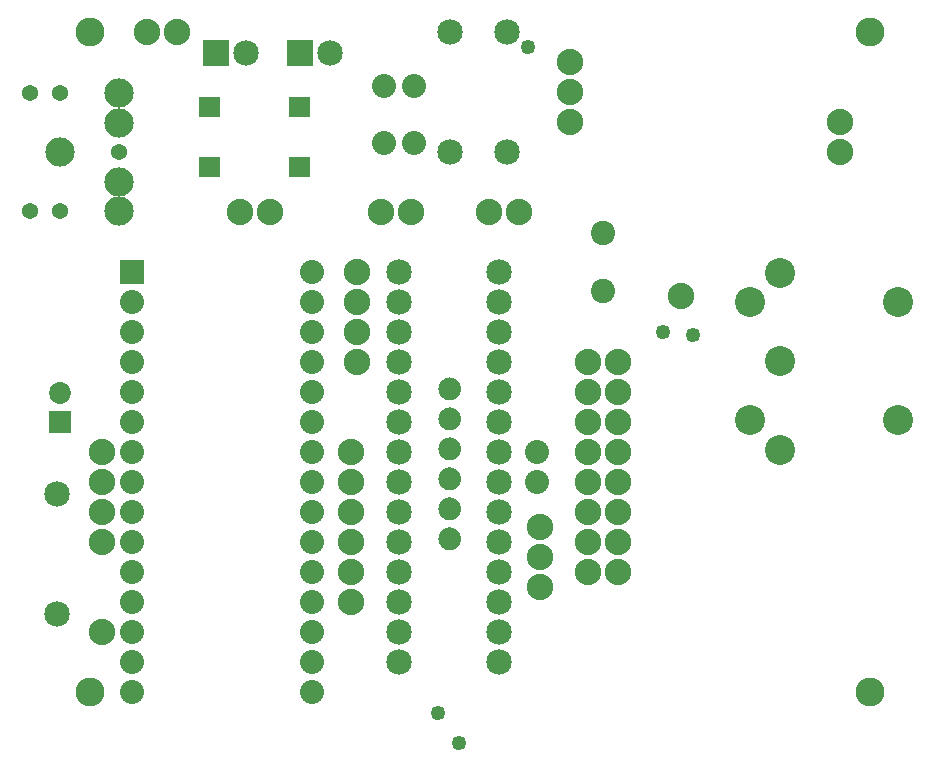
<source format=gts>
G04 MADE WITH FRITZING*
G04 WWW.FRITZING.ORG*
G04 DOUBLE SIDED*
G04 HOLES PLATED*
G04 CONTOUR ON CENTER OF CONTOUR VECTOR*
%ASAXBY*%
%FSLAX23Y23*%
%MOIN*%
%OFA0B0*%
%SFA1.0B1.0*%
%ADD10C,0.085000*%
%ADD11C,0.049370*%
%ADD12C,0.088000*%
%ADD13C,0.080000*%
%ADD14C,0.072992*%
%ADD15C,0.096614*%
%ADD16C,0.100000*%
%ADD17C,0.069370*%
%ADD18C,0.097695*%
%ADD19C,0.097722*%
%ADD20C,0.054000*%
%ADD21C,0.080925*%
%ADD22C,0.080866*%
%ADD23R,0.072992X0.072992*%
%ADD24R,0.085000X0.085000*%
%ADD25R,0.079972X0.080000*%
%ADD26R,0.001000X0.001000*%
%LNMASK1*%
G90*
G70*
G54D10*
X1647Y382D03*
X1647Y482D03*
X1647Y582D03*
X1647Y682D03*
X1647Y782D03*
X1647Y882D03*
X1647Y982D03*
X1647Y1082D03*
X1647Y1182D03*
X1647Y1282D03*
X1647Y1382D03*
X1647Y1482D03*
X1647Y1582D03*
X1314Y1682D03*
X1314Y1582D03*
X1314Y1482D03*
X1314Y1382D03*
X1314Y1282D03*
X1314Y1182D03*
X1314Y1082D03*
X1314Y982D03*
X1314Y882D03*
X1314Y782D03*
X1314Y682D03*
X1314Y582D03*
X1314Y482D03*
X1314Y382D03*
X1647Y1682D03*
X1647Y382D03*
X1647Y482D03*
X1647Y582D03*
X1647Y682D03*
X1647Y782D03*
X1647Y882D03*
X1647Y982D03*
X1647Y1082D03*
X1647Y1182D03*
X1647Y1282D03*
X1647Y1382D03*
X1647Y1482D03*
X1647Y1582D03*
X1314Y1682D03*
X1314Y1582D03*
X1314Y1482D03*
X1314Y1382D03*
X1314Y1282D03*
X1314Y1182D03*
X1314Y1082D03*
X1314Y982D03*
X1314Y882D03*
X1314Y782D03*
X1314Y682D03*
X1314Y582D03*
X1314Y482D03*
X1314Y382D03*
X1647Y1682D03*
G54D11*
X2194Y1482D03*
X1514Y112D03*
X1444Y212D03*
X1744Y2432D03*
X2294Y1472D03*
G54D12*
X1714Y1882D03*
X1614Y1882D03*
X1354Y1882D03*
X1254Y1882D03*
X884Y1882D03*
X784Y1882D03*
X1154Y1082D03*
X1154Y982D03*
X1154Y882D03*
X1154Y782D03*
X1154Y682D03*
X1154Y582D03*
X324Y1082D03*
X324Y982D03*
X324Y882D03*
X324Y782D03*
X1174Y1682D03*
X1174Y1582D03*
X1174Y1482D03*
X1174Y1382D03*
G54D13*
X1774Y1082D03*
X1774Y982D03*
G54D14*
X184Y1182D03*
X184Y1280D03*
G54D10*
X174Y942D03*
X174Y542D03*
G54D12*
X1884Y2382D03*
X1884Y2282D03*
X1884Y2182D03*
X2254Y1602D03*
X1784Y632D03*
X1784Y732D03*
X1784Y832D03*
X324Y482D03*
X475Y2482D03*
X575Y2482D03*
X2784Y2082D03*
X2784Y2182D03*
X1944Y1382D03*
X1944Y1282D03*
X1944Y1182D03*
X1944Y1082D03*
X1944Y982D03*
X1944Y882D03*
X1944Y782D03*
X1944Y682D03*
X2044Y682D03*
X2044Y782D03*
X2044Y882D03*
X2044Y982D03*
X2044Y1082D03*
X2044Y1182D03*
X2044Y1282D03*
X2044Y1382D03*
G54D15*
X284Y2482D03*
X2884Y282D03*
X2884Y2482D03*
X284Y282D03*
G54D16*
X2584Y1385D03*
X2584Y1679D03*
X2584Y1088D03*
X2485Y1188D03*
X2484Y1582D03*
X2977Y1188D03*
X2977Y1582D03*
X2584Y1385D03*
X2584Y1679D03*
X2584Y1088D03*
X2485Y1188D03*
X2484Y1582D03*
X2977Y1188D03*
X2977Y1582D03*
G54D13*
X1264Y2112D03*
X1364Y2112D03*
X1264Y2302D03*
X1364Y2302D03*
G54D17*
X684Y2232D03*
X984Y2232D03*
X684Y2032D03*
X984Y2032D03*
X684Y2232D03*
X984Y2232D03*
X684Y2032D03*
X984Y2032D03*
G54D18*
X184Y2082D03*
G54D19*
X381Y2279D03*
X381Y2180D03*
G54D18*
X381Y1984D03*
G54D19*
X381Y1885D03*
G54D20*
X86Y2279D03*
X86Y1885D03*
X184Y1885D03*
X381Y2082D03*
X184Y2279D03*
G54D10*
X1484Y2482D03*
X1484Y2082D03*
X1674Y2482D03*
X1674Y2082D03*
X984Y2412D03*
X1084Y2412D03*
X704Y2412D03*
X804Y2412D03*
G54D13*
X424Y1682D03*
X424Y1582D03*
X424Y1482D03*
X424Y1382D03*
X424Y1282D03*
X424Y1182D03*
X424Y1082D03*
X424Y982D03*
X424Y882D03*
X424Y782D03*
X424Y682D03*
X424Y582D03*
X424Y482D03*
X424Y382D03*
X424Y282D03*
X1024Y1682D03*
X1024Y1582D03*
X1024Y1482D03*
X1024Y1382D03*
X1024Y1282D03*
X1024Y1182D03*
X1024Y1082D03*
X1024Y982D03*
X1024Y882D03*
X1024Y782D03*
X1024Y682D03*
X1024Y582D03*
X1024Y482D03*
X1024Y382D03*
X1024Y282D03*
G54D21*
X1994Y1812D03*
G54D22*
X1994Y1619D03*
G54D23*
X184Y1182D03*
G54D24*
X984Y2412D03*
X704Y2412D03*
G54D25*
X424Y1682D03*
G54D26*
X650Y2267D02*
X718Y2267D01*
X950Y2267D02*
X1018Y2267D01*
X650Y2266D02*
X718Y2266D01*
X950Y2266D02*
X1018Y2266D01*
X650Y2265D02*
X718Y2265D01*
X950Y2265D02*
X1018Y2265D01*
X650Y2264D02*
X718Y2264D01*
X950Y2264D02*
X1018Y2264D01*
X650Y2263D02*
X718Y2263D01*
X950Y2263D02*
X1018Y2263D01*
X650Y2262D02*
X718Y2262D01*
X950Y2262D02*
X1018Y2262D01*
X650Y2261D02*
X718Y2261D01*
X950Y2261D02*
X1018Y2261D01*
X650Y2260D02*
X718Y2260D01*
X950Y2260D02*
X1018Y2260D01*
X650Y2259D02*
X718Y2259D01*
X950Y2259D02*
X1018Y2259D01*
X650Y2258D02*
X718Y2258D01*
X950Y2258D02*
X1018Y2258D01*
X650Y2257D02*
X718Y2257D01*
X950Y2257D02*
X1018Y2257D01*
X650Y2256D02*
X718Y2256D01*
X950Y2256D02*
X1018Y2256D01*
X650Y2255D02*
X718Y2255D01*
X950Y2255D02*
X1018Y2255D01*
X650Y2254D02*
X718Y2254D01*
X950Y2254D02*
X1018Y2254D01*
X650Y2253D02*
X718Y2253D01*
X950Y2253D02*
X1018Y2253D01*
X650Y2252D02*
X718Y2252D01*
X950Y2252D02*
X1018Y2252D01*
X650Y2251D02*
X718Y2251D01*
X950Y2251D02*
X1018Y2251D01*
X650Y2250D02*
X718Y2250D01*
X950Y2250D02*
X1018Y2250D01*
X650Y2249D02*
X718Y2249D01*
X950Y2249D02*
X1018Y2249D01*
X650Y2248D02*
X718Y2248D01*
X950Y2248D02*
X1018Y2248D01*
X650Y2247D02*
X679Y2247D01*
X688Y2247D02*
X718Y2247D01*
X950Y2247D02*
X979Y2247D01*
X988Y2247D02*
X1018Y2247D01*
X650Y2246D02*
X677Y2246D01*
X691Y2246D02*
X718Y2246D01*
X950Y2246D02*
X977Y2246D01*
X991Y2246D02*
X1018Y2246D01*
X650Y2245D02*
X675Y2245D01*
X693Y2245D02*
X718Y2245D01*
X950Y2245D02*
X975Y2245D01*
X992Y2245D02*
X1018Y2245D01*
X650Y2244D02*
X674Y2244D01*
X694Y2244D02*
X718Y2244D01*
X950Y2244D02*
X974Y2244D01*
X994Y2244D02*
X1018Y2244D01*
X650Y2243D02*
X673Y2243D01*
X695Y2243D02*
X718Y2243D01*
X950Y2243D02*
X973Y2243D01*
X995Y2243D02*
X1018Y2243D01*
X650Y2242D02*
X672Y2242D01*
X696Y2242D02*
X718Y2242D01*
X950Y2242D02*
X972Y2242D01*
X996Y2242D02*
X1018Y2242D01*
X650Y2241D02*
X671Y2241D01*
X696Y2241D02*
X718Y2241D01*
X950Y2241D02*
X971Y2241D01*
X996Y2241D02*
X1018Y2241D01*
X650Y2240D02*
X670Y2240D01*
X697Y2240D02*
X718Y2240D01*
X950Y2240D02*
X970Y2240D01*
X997Y2240D02*
X1018Y2240D01*
X650Y2239D02*
X670Y2239D01*
X698Y2239D02*
X718Y2239D01*
X950Y2239D02*
X970Y2239D01*
X998Y2239D02*
X1018Y2239D01*
X650Y2238D02*
X669Y2238D01*
X698Y2238D02*
X718Y2238D01*
X950Y2238D02*
X969Y2238D01*
X998Y2238D02*
X1018Y2238D01*
X650Y2237D02*
X669Y2237D01*
X698Y2237D02*
X718Y2237D01*
X950Y2237D02*
X969Y2237D01*
X998Y2237D02*
X1018Y2237D01*
X650Y2236D02*
X669Y2236D01*
X699Y2236D02*
X718Y2236D01*
X950Y2236D02*
X969Y2236D01*
X999Y2236D02*
X1018Y2236D01*
X650Y2235D02*
X669Y2235D01*
X699Y2235D02*
X718Y2235D01*
X950Y2235D02*
X969Y2235D01*
X999Y2235D02*
X1018Y2235D01*
X650Y2234D02*
X669Y2234D01*
X699Y2234D02*
X718Y2234D01*
X950Y2234D02*
X969Y2234D01*
X999Y2234D02*
X1018Y2234D01*
X650Y2233D02*
X669Y2233D01*
X699Y2233D02*
X718Y2233D01*
X950Y2233D02*
X969Y2233D01*
X999Y2233D02*
X1018Y2233D01*
X650Y2232D02*
X669Y2232D01*
X699Y2232D02*
X718Y2232D01*
X950Y2232D02*
X969Y2232D01*
X999Y2232D02*
X1018Y2232D01*
X650Y2231D02*
X669Y2231D01*
X699Y2231D02*
X718Y2231D01*
X950Y2231D02*
X969Y2231D01*
X999Y2231D02*
X1018Y2231D01*
X650Y2230D02*
X669Y2230D01*
X699Y2230D02*
X718Y2230D01*
X950Y2230D02*
X969Y2230D01*
X999Y2230D02*
X1018Y2230D01*
X650Y2229D02*
X669Y2229D01*
X698Y2229D02*
X718Y2229D01*
X950Y2229D02*
X969Y2229D01*
X998Y2229D02*
X1018Y2229D01*
X650Y2228D02*
X669Y2228D01*
X698Y2228D02*
X718Y2228D01*
X950Y2228D02*
X969Y2228D01*
X998Y2228D02*
X1018Y2228D01*
X650Y2227D02*
X670Y2227D01*
X698Y2227D02*
X718Y2227D01*
X950Y2227D02*
X970Y2227D01*
X998Y2227D02*
X1018Y2227D01*
X650Y2226D02*
X670Y2226D01*
X697Y2226D02*
X718Y2226D01*
X950Y2226D02*
X970Y2226D01*
X997Y2226D02*
X1018Y2226D01*
X650Y2225D02*
X671Y2225D01*
X697Y2225D02*
X718Y2225D01*
X950Y2225D02*
X971Y2225D01*
X997Y2225D02*
X1018Y2225D01*
X650Y2224D02*
X672Y2224D01*
X696Y2224D02*
X718Y2224D01*
X950Y2224D02*
X972Y2224D01*
X996Y2224D02*
X1018Y2224D01*
X650Y2223D02*
X672Y2223D01*
X695Y2223D02*
X718Y2223D01*
X950Y2223D02*
X972Y2223D01*
X995Y2223D02*
X1018Y2223D01*
X650Y2222D02*
X673Y2222D01*
X694Y2222D02*
X718Y2222D01*
X950Y2222D02*
X973Y2222D01*
X994Y2222D02*
X1018Y2222D01*
X650Y2221D02*
X675Y2221D01*
X693Y2221D02*
X718Y2221D01*
X950Y2221D02*
X975Y2221D01*
X993Y2221D02*
X1018Y2221D01*
X650Y2220D02*
X676Y2220D01*
X691Y2220D02*
X718Y2220D01*
X950Y2220D02*
X976Y2220D01*
X991Y2220D02*
X1018Y2220D01*
X650Y2219D02*
X678Y2219D01*
X689Y2219D02*
X718Y2219D01*
X950Y2219D02*
X978Y2219D01*
X989Y2219D02*
X1018Y2219D01*
X650Y2218D02*
X718Y2218D01*
X950Y2218D02*
X1018Y2218D01*
X650Y2217D02*
X718Y2217D01*
X950Y2217D02*
X1018Y2217D01*
X650Y2216D02*
X718Y2216D01*
X950Y2216D02*
X1018Y2216D01*
X650Y2215D02*
X718Y2215D01*
X950Y2215D02*
X1018Y2215D01*
X650Y2214D02*
X718Y2214D01*
X950Y2214D02*
X1018Y2214D01*
X650Y2213D02*
X718Y2213D01*
X950Y2213D02*
X1018Y2213D01*
X650Y2212D02*
X718Y2212D01*
X950Y2212D02*
X1018Y2212D01*
X650Y2211D02*
X718Y2211D01*
X950Y2211D02*
X1018Y2211D01*
X650Y2210D02*
X718Y2210D01*
X950Y2210D02*
X1018Y2210D01*
X650Y2209D02*
X718Y2209D01*
X950Y2209D02*
X1018Y2209D01*
X650Y2208D02*
X718Y2208D01*
X950Y2208D02*
X1018Y2208D01*
X650Y2207D02*
X718Y2207D01*
X950Y2207D02*
X1018Y2207D01*
X650Y2206D02*
X718Y2206D01*
X950Y2206D02*
X1018Y2206D01*
X650Y2205D02*
X718Y2205D01*
X950Y2205D02*
X1018Y2205D01*
X650Y2204D02*
X718Y2204D01*
X950Y2204D02*
X1018Y2204D01*
X650Y2203D02*
X718Y2203D01*
X950Y2203D02*
X1018Y2203D01*
X650Y2202D02*
X718Y2202D01*
X950Y2202D02*
X1018Y2202D01*
X650Y2201D02*
X718Y2201D01*
X950Y2201D02*
X1018Y2201D01*
X650Y2200D02*
X718Y2200D01*
X950Y2200D02*
X1018Y2200D01*
X650Y2199D02*
X718Y2199D01*
X950Y2199D02*
X1018Y2199D01*
X650Y2067D02*
X718Y2067D01*
X950Y2067D02*
X1018Y2067D01*
X650Y2066D02*
X718Y2066D01*
X950Y2066D02*
X1018Y2066D01*
X650Y2065D02*
X718Y2065D01*
X950Y2065D02*
X1018Y2065D01*
X650Y2064D02*
X718Y2064D01*
X950Y2064D02*
X1018Y2064D01*
X650Y2063D02*
X718Y2063D01*
X950Y2063D02*
X1018Y2063D01*
X650Y2062D02*
X718Y2062D01*
X950Y2062D02*
X1018Y2062D01*
X650Y2061D02*
X718Y2061D01*
X950Y2061D02*
X1018Y2061D01*
X650Y2060D02*
X718Y2060D01*
X950Y2060D02*
X1018Y2060D01*
X650Y2059D02*
X718Y2059D01*
X950Y2059D02*
X1018Y2059D01*
X650Y2058D02*
X718Y2058D01*
X950Y2058D02*
X1018Y2058D01*
X650Y2057D02*
X718Y2057D01*
X950Y2057D02*
X1018Y2057D01*
X650Y2056D02*
X718Y2056D01*
X950Y2056D02*
X1018Y2056D01*
X650Y2055D02*
X718Y2055D01*
X950Y2055D02*
X1018Y2055D01*
X650Y2054D02*
X718Y2054D01*
X950Y2054D02*
X1018Y2054D01*
X650Y2053D02*
X718Y2053D01*
X950Y2053D02*
X1018Y2053D01*
X650Y2052D02*
X718Y2052D01*
X950Y2052D02*
X1018Y2052D01*
X650Y2051D02*
X718Y2051D01*
X950Y2051D02*
X1018Y2051D01*
X650Y2050D02*
X718Y2050D01*
X950Y2050D02*
X1018Y2050D01*
X650Y2049D02*
X718Y2049D01*
X950Y2049D02*
X1018Y2049D01*
X650Y2048D02*
X718Y2048D01*
X950Y2048D02*
X1018Y2048D01*
X650Y2047D02*
X679Y2047D01*
X688Y2047D02*
X718Y2047D01*
X950Y2047D02*
X979Y2047D01*
X988Y2047D02*
X1018Y2047D01*
X650Y2046D02*
X677Y2046D01*
X691Y2046D02*
X718Y2046D01*
X950Y2046D02*
X977Y2046D01*
X991Y2046D02*
X1018Y2046D01*
X650Y2045D02*
X675Y2045D01*
X693Y2045D02*
X718Y2045D01*
X950Y2045D02*
X975Y2045D01*
X993Y2045D02*
X1018Y2045D01*
X650Y2044D02*
X674Y2044D01*
X694Y2044D02*
X718Y2044D01*
X950Y2044D02*
X974Y2044D01*
X994Y2044D02*
X1018Y2044D01*
X650Y2043D02*
X673Y2043D01*
X695Y2043D02*
X718Y2043D01*
X950Y2043D02*
X973Y2043D01*
X995Y2043D02*
X1018Y2043D01*
X650Y2042D02*
X672Y2042D01*
X696Y2042D02*
X718Y2042D01*
X950Y2042D02*
X972Y2042D01*
X996Y2042D02*
X1018Y2042D01*
X650Y2041D02*
X671Y2041D01*
X697Y2041D02*
X718Y2041D01*
X950Y2041D02*
X971Y2041D01*
X996Y2041D02*
X1018Y2041D01*
X650Y2040D02*
X670Y2040D01*
X697Y2040D02*
X718Y2040D01*
X950Y2040D02*
X970Y2040D01*
X997Y2040D02*
X1018Y2040D01*
X650Y2039D02*
X670Y2039D01*
X698Y2039D02*
X718Y2039D01*
X950Y2039D02*
X970Y2039D01*
X998Y2039D02*
X1018Y2039D01*
X650Y2038D02*
X669Y2038D01*
X698Y2038D02*
X718Y2038D01*
X950Y2038D02*
X969Y2038D01*
X998Y2038D02*
X1018Y2038D01*
X650Y2037D02*
X669Y2037D01*
X698Y2037D02*
X718Y2037D01*
X950Y2037D02*
X969Y2037D01*
X998Y2037D02*
X1018Y2037D01*
X650Y2036D02*
X669Y2036D01*
X699Y2036D02*
X718Y2036D01*
X950Y2036D02*
X969Y2036D01*
X999Y2036D02*
X1018Y2036D01*
X650Y2035D02*
X669Y2035D01*
X699Y2035D02*
X718Y2035D01*
X950Y2035D02*
X969Y2035D01*
X999Y2035D02*
X1018Y2035D01*
X650Y2034D02*
X669Y2034D01*
X699Y2034D02*
X718Y2034D01*
X950Y2034D02*
X969Y2034D01*
X999Y2034D02*
X1018Y2034D01*
X650Y2033D02*
X669Y2033D01*
X699Y2033D02*
X718Y2033D01*
X950Y2033D02*
X969Y2033D01*
X999Y2033D02*
X1018Y2033D01*
X650Y2032D02*
X669Y2032D01*
X699Y2032D02*
X718Y2032D01*
X950Y2032D02*
X969Y2032D01*
X999Y2032D02*
X1018Y2032D01*
X650Y2031D02*
X669Y2031D01*
X699Y2031D02*
X718Y2031D01*
X950Y2031D02*
X969Y2031D01*
X999Y2031D02*
X1018Y2031D01*
X650Y2030D02*
X669Y2030D01*
X699Y2030D02*
X718Y2030D01*
X950Y2030D02*
X969Y2030D01*
X999Y2030D02*
X1018Y2030D01*
X650Y2029D02*
X669Y2029D01*
X698Y2029D02*
X718Y2029D01*
X950Y2029D02*
X969Y2029D01*
X998Y2029D02*
X1018Y2029D01*
X650Y2028D02*
X669Y2028D01*
X698Y2028D02*
X718Y2028D01*
X950Y2028D02*
X969Y2028D01*
X998Y2028D02*
X1018Y2028D01*
X650Y2027D02*
X670Y2027D01*
X698Y2027D02*
X718Y2027D01*
X950Y2027D02*
X970Y2027D01*
X998Y2027D02*
X1018Y2027D01*
X650Y2026D02*
X670Y2026D01*
X697Y2026D02*
X718Y2026D01*
X950Y2026D02*
X970Y2026D01*
X997Y2026D02*
X1018Y2026D01*
X650Y2025D02*
X671Y2025D01*
X697Y2025D02*
X718Y2025D01*
X950Y2025D02*
X971Y2025D01*
X997Y2025D02*
X1018Y2025D01*
X650Y2024D02*
X672Y2024D01*
X696Y2024D02*
X718Y2024D01*
X950Y2024D02*
X972Y2024D01*
X996Y2024D02*
X1018Y2024D01*
X650Y2023D02*
X672Y2023D01*
X695Y2023D02*
X718Y2023D01*
X950Y2023D02*
X972Y2023D01*
X995Y2023D02*
X1018Y2023D01*
X650Y2022D02*
X673Y2022D01*
X694Y2022D02*
X718Y2022D01*
X950Y2022D02*
X973Y2022D01*
X994Y2022D02*
X1018Y2022D01*
X650Y2021D02*
X675Y2021D01*
X693Y2021D02*
X718Y2021D01*
X950Y2021D02*
X975Y2021D01*
X993Y2021D02*
X1018Y2021D01*
X650Y2020D02*
X676Y2020D01*
X691Y2020D02*
X718Y2020D01*
X950Y2020D02*
X976Y2020D01*
X991Y2020D02*
X1018Y2020D01*
X650Y2019D02*
X678Y2019D01*
X689Y2019D02*
X718Y2019D01*
X950Y2019D02*
X978Y2019D01*
X989Y2019D02*
X1018Y2019D01*
X650Y2018D02*
X718Y2018D01*
X950Y2018D02*
X1018Y2018D01*
X650Y2017D02*
X718Y2017D01*
X950Y2017D02*
X1018Y2017D01*
X650Y2016D02*
X718Y2016D01*
X950Y2016D02*
X1018Y2016D01*
X650Y2015D02*
X718Y2015D01*
X950Y2015D02*
X1018Y2015D01*
X650Y2014D02*
X718Y2014D01*
X950Y2014D02*
X1018Y2014D01*
X650Y2013D02*
X718Y2013D01*
X950Y2013D02*
X1018Y2013D01*
X650Y2012D02*
X718Y2012D01*
X950Y2012D02*
X1018Y2012D01*
X650Y2011D02*
X718Y2011D01*
X950Y2011D02*
X1018Y2011D01*
X650Y2010D02*
X718Y2010D01*
X950Y2010D02*
X1018Y2010D01*
X650Y2009D02*
X718Y2009D01*
X950Y2009D02*
X1018Y2009D01*
X650Y2008D02*
X718Y2008D01*
X950Y2008D02*
X1018Y2008D01*
X650Y2007D02*
X718Y2007D01*
X950Y2007D02*
X1018Y2007D01*
X650Y2006D02*
X718Y2006D01*
X950Y2006D02*
X1018Y2006D01*
X650Y2005D02*
X718Y2005D01*
X950Y2005D02*
X1018Y2005D01*
X650Y2004D02*
X718Y2004D01*
X950Y2004D02*
X1018Y2004D01*
X650Y2003D02*
X718Y2003D01*
X950Y2003D02*
X1018Y2003D01*
X650Y2002D02*
X718Y2002D01*
X950Y2002D02*
X1018Y2002D01*
X650Y2001D02*
X718Y2001D01*
X950Y2001D02*
X1018Y2001D01*
X650Y2000D02*
X718Y2000D01*
X950Y2000D02*
X1018Y2000D01*
X650Y1999D02*
X718Y1999D01*
X950Y1999D02*
X1018Y1999D01*
X1482Y1331D02*
X1485Y1331D01*
X1475Y1330D02*
X1492Y1330D01*
X1472Y1329D02*
X1495Y1329D01*
X1469Y1328D02*
X1498Y1328D01*
X1467Y1327D02*
X1500Y1327D01*
X1465Y1326D02*
X1502Y1326D01*
X1464Y1325D02*
X1504Y1325D01*
X1462Y1324D02*
X1505Y1324D01*
X1461Y1323D02*
X1506Y1323D01*
X1460Y1322D02*
X1508Y1322D01*
X1458Y1321D02*
X1509Y1321D01*
X1457Y1320D02*
X1510Y1320D01*
X1456Y1319D02*
X1511Y1319D01*
X1455Y1318D02*
X1512Y1318D01*
X1455Y1317D02*
X1513Y1317D01*
X1454Y1316D02*
X1513Y1316D01*
X1453Y1315D02*
X1514Y1315D01*
X1452Y1314D02*
X1515Y1314D01*
X1452Y1313D02*
X1515Y1313D01*
X1451Y1312D02*
X1516Y1312D01*
X1451Y1311D02*
X1517Y1311D01*
X1450Y1310D02*
X1517Y1310D01*
X1450Y1309D02*
X1518Y1309D01*
X1449Y1308D02*
X1518Y1308D01*
X1449Y1307D02*
X1518Y1307D01*
X1448Y1306D02*
X1519Y1306D01*
X1448Y1305D02*
X1519Y1305D01*
X1448Y1304D02*
X1519Y1304D01*
X1448Y1303D02*
X1520Y1303D01*
X1447Y1302D02*
X1520Y1302D01*
X1447Y1301D02*
X1520Y1301D01*
X1447Y1300D02*
X1520Y1300D01*
X1447Y1299D02*
X1521Y1299D01*
X1447Y1298D02*
X1521Y1298D01*
X1446Y1297D02*
X1521Y1297D01*
X1446Y1296D02*
X1521Y1296D01*
X1446Y1295D02*
X1521Y1295D01*
X1446Y1294D02*
X1521Y1294D01*
X1446Y1293D02*
X1521Y1293D01*
X1446Y1292D02*
X1521Y1292D01*
X1446Y1291D02*
X1521Y1291D01*
X1446Y1290D02*
X1521Y1290D01*
X1446Y1289D02*
X1521Y1289D01*
X1447Y1288D02*
X1521Y1288D01*
X1447Y1287D02*
X1521Y1287D01*
X1447Y1286D02*
X1520Y1286D01*
X1447Y1285D02*
X1520Y1285D01*
X1447Y1284D02*
X1520Y1284D01*
X1448Y1283D02*
X1520Y1283D01*
X1448Y1282D02*
X1519Y1282D01*
X1448Y1281D02*
X1519Y1281D01*
X1449Y1280D02*
X1519Y1280D01*
X1449Y1279D02*
X1518Y1279D01*
X1449Y1278D02*
X1518Y1278D01*
X1450Y1277D02*
X1517Y1277D01*
X1450Y1276D02*
X1517Y1276D01*
X1451Y1275D02*
X1516Y1275D01*
X1451Y1274D02*
X1516Y1274D01*
X1452Y1273D02*
X1515Y1273D01*
X1453Y1272D02*
X1515Y1272D01*
X1453Y1271D02*
X1514Y1271D01*
X1454Y1270D02*
X1513Y1270D01*
X1455Y1269D02*
X1512Y1269D01*
X1456Y1268D02*
X1512Y1268D01*
X1457Y1267D02*
X1511Y1267D01*
X1458Y1266D02*
X1510Y1266D01*
X1459Y1265D02*
X1509Y1265D01*
X1460Y1264D02*
X1507Y1264D01*
X1461Y1263D02*
X1506Y1263D01*
X1463Y1262D02*
X1505Y1262D01*
X1464Y1261D02*
X1503Y1261D01*
X1466Y1260D02*
X1502Y1260D01*
X1468Y1259D02*
X1500Y1259D01*
X1470Y1258D02*
X1497Y1258D01*
X1473Y1257D02*
X1495Y1257D01*
X1477Y1256D02*
X1491Y1256D01*
X1482Y1231D02*
X1486Y1231D01*
X1475Y1230D02*
X1492Y1230D01*
X1472Y1229D02*
X1496Y1229D01*
X1469Y1228D02*
X1498Y1228D01*
X1467Y1227D02*
X1500Y1227D01*
X1465Y1226D02*
X1502Y1226D01*
X1464Y1225D02*
X1504Y1225D01*
X1462Y1224D02*
X1505Y1224D01*
X1461Y1223D02*
X1507Y1223D01*
X1459Y1222D02*
X1508Y1222D01*
X1458Y1221D02*
X1509Y1221D01*
X1457Y1220D02*
X1510Y1220D01*
X1456Y1219D02*
X1511Y1219D01*
X1455Y1218D02*
X1512Y1218D01*
X1455Y1217D02*
X1513Y1217D01*
X1454Y1216D02*
X1513Y1216D01*
X1453Y1215D02*
X1514Y1215D01*
X1452Y1214D02*
X1515Y1214D01*
X1452Y1213D02*
X1515Y1213D01*
X1451Y1212D02*
X1516Y1212D01*
X1451Y1211D02*
X1517Y1211D01*
X1450Y1210D02*
X1517Y1210D01*
X1450Y1209D02*
X1518Y1209D01*
X1449Y1208D02*
X1518Y1208D01*
X1449Y1207D02*
X1518Y1207D01*
X1448Y1206D02*
X1519Y1206D01*
X1448Y1205D02*
X1519Y1205D01*
X1448Y1204D02*
X1519Y1204D01*
X1448Y1203D02*
X1520Y1203D01*
X1447Y1202D02*
X1520Y1202D01*
X1447Y1201D02*
X1520Y1201D01*
X1447Y1200D02*
X1520Y1200D01*
X1447Y1199D02*
X1521Y1199D01*
X1447Y1198D02*
X1521Y1198D01*
X1446Y1197D02*
X1521Y1197D01*
X1446Y1196D02*
X1521Y1196D01*
X1446Y1195D02*
X1521Y1195D01*
X1446Y1194D02*
X1521Y1194D01*
X1446Y1193D02*
X1521Y1193D01*
X1446Y1192D02*
X1521Y1192D01*
X1446Y1191D02*
X1521Y1191D01*
X1446Y1190D02*
X1521Y1190D01*
X1446Y1189D02*
X1521Y1189D01*
X1447Y1188D02*
X1521Y1188D01*
X1447Y1187D02*
X1521Y1187D01*
X1447Y1186D02*
X1520Y1186D01*
X1447Y1185D02*
X1520Y1185D01*
X1447Y1184D02*
X1520Y1184D01*
X1448Y1183D02*
X1520Y1183D01*
X1448Y1182D02*
X1519Y1182D01*
X1448Y1181D02*
X1519Y1181D01*
X1449Y1180D02*
X1519Y1180D01*
X1449Y1179D02*
X1518Y1179D01*
X1449Y1178D02*
X1518Y1178D01*
X1450Y1177D02*
X1517Y1177D01*
X1450Y1176D02*
X1517Y1176D01*
X1451Y1175D02*
X1516Y1175D01*
X1451Y1174D02*
X1516Y1174D01*
X1452Y1173D02*
X1515Y1173D01*
X1453Y1172D02*
X1515Y1172D01*
X1453Y1171D02*
X1514Y1171D01*
X1454Y1170D02*
X1513Y1170D01*
X1455Y1169D02*
X1512Y1169D01*
X1456Y1168D02*
X1511Y1168D01*
X1457Y1167D02*
X1511Y1167D01*
X1458Y1166D02*
X1510Y1166D01*
X1459Y1165D02*
X1509Y1165D01*
X1460Y1164D02*
X1507Y1164D01*
X1461Y1163D02*
X1506Y1163D01*
X1463Y1162D02*
X1505Y1162D01*
X1464Y1161D02*
X1503Y1161D01*
X1466Y1160D02*
X1502Y1160D01*
X1468Y1159D02*
X1500Y1159D01*
X1470Y1158D02*
X1497Y1158D01*
X1473Y1157D02*
X1495Y1157D01*
X1477Y1156D02*
X1490Y1156D01*
X1481Y1131D02*
X1487Y1131D01*
X1475Y1130D02*
X1492Y1130D01*
X1472Y1129D02*
X1496Y1129D01*
X1469Y1128D02*
X1498Y1128D01*
X1467Y1127D02*
X1500Y1127D01*
X1465Y1126D02*
X1502Y1126D01*
X1463Y1125D02*
X1504Y1125D01*
X1462Y1124D02*
X1505Y1124D01*
X1461Y1123D02*
X1507Y1123D01*
X1459Y1122D02*
X1508Y1122D01*
X1458Y1121D02*
X1509Y1121D01*
X1457Y1120D02*
X1510Y1120D01*
X1456Y1119D02*
X1511Y1119D01*
X1455Y1118D02*
X1512Y1118D01*
X1455Y1117D02*
X1513Y1117D01*
X1454Y1116D02*
X1513Y1116D01*
X1453Y1115D02*
X1514Y1115D01*
X1452Y1114D02*
X1515Y1114D01*
X1452Y1113D02*
X1515Y1113D01*
X1451Y1112D02*
X1516Y1112D01*
X1451Y1111D02*
X1517Y1111D01*
X1450Y1110D02*
X1517Y1110D01*
X1450Y1109D02*
X1518Y1109D01*
X1449Y1108D02*
X1518Y1108D01*
X1449Y1107D02*
X1518Y1107D01*
X1448Y1106D02*
X1519Y1106D01*
X1448Y1105D02*
X1519Y1105D01*
X1448Y1104D02*
X1519Y1104D01*
X1448Y1103D02*
X1520Y1103D01*
X1447Y1102D02*
X1520Y1102D01*
X1447Y1101D02*
X1520Y1101D01*
X1447Y1100D02*
X1520Y1100D01*
X1447Y1099D02*
X1521Y1099D01*
X1447Y1098D02*
X1521Y1098D01*
X1446Y1097D02*
X1521Y1097D01*
X1446Y1096D02*
X1521Y1096D01*
X1446Y1095D02*
X1521Y1095D01*
X1446Y1094D02*
X1521Y1094D01*
X1446Y1093D02*
X1521Y1093D01*
X1446Y1092D02*
X1521Y1092D01*
X1446Y1091D02*
X1521Y1091D01*
X1446Y1090D02*
X1521Y1090D01*
X1446Y1089D02*
X1521Y1089D01*
X1447Y1088D02*
X1521Y1088D01*
X1447Y1087D02*
X1520Y1087D01*
X1447Y1086D02*
X1520Y1086D01*
X1447Y1085D02*
X1520Y1085D01*
X1447Y1084D02*
X1520Y1084D01*
X1448Y1083D02*
X1520Y1083D01*
X1448Y1082D02*
X1519Y1082D01*
X1448Y1081D02*
X1519Y1081D01*
X1449Y1080D02*
X1519Y1080D01*
X1449Y1079D02*
X1518Y1079D01*
X1449Y1078D02*
X1518Y1078D01*
X1450Y1077D02*
X1517Y1077D01*
X1450Y1076D02*
X1517Y1076D01*
X1451Y1075D02*
X1516Y1075D01*
X1451Y1074D02*
X1516Y1074D01*
X1452Y1073D02*
X1515Y1073D01*
X1453Y1072D02*
X1515Y1072D01*
X1453Y1071D02*
X1514Y1071D01*
X1454Y1070D02*
X1513Y1070D01*
X1455Y1069D02*
X1512Y1069D01*
X1456Y1068D02*
X1511Y1068D01*
X1457Y1067D02*
X1511Y1067D01*
X1458Y1066D02*
X1510Y1066D01*
X1459Y1065D02*
X1508Y1065D01*
X1460Y1064D02*
X1507Y1064D01*
X1461Y1063D02*
X1506Y1063D01*
X1463Y1062D02*
X1505Y1062D01*
X1464Y1061D02*
X1503Y1061D01*
X1466Y1060D02*
X1501Y1060D01*
X1468Y1059D02*
X1499Y1059D01*
X1470Y1058D02*
X1497Y1058D01*
X1473Y1057D02*
X1494Y1057D01*
X1477Y1056D02*
X1490Y1056D01*
X1480Y1031D02*
X1487Y1031D01*
X1475Y1030D02*
X1492Y1030D01*
X1472Y1029D02*
X1496Y1029D01*
X1469Y1028D02*
X1498Y1028D01*
X1467Y1027D02*
X1500Y1027D01*
X1465Y1026D02*
X1502Y1026D01*
X1463Y1025D02*
X1504Y1025D01*
X1462Y1024D02*
X1505Y1024D01*
X1461Y1023D02*
X1507Y1023D01*
X1459Y1022D02*
X1508Y1022D01*
X1458Y1021D02*
X1509Y1021D01*
X1457Y1020D02*
X1510Y1020D01*
X1456Y1019D02*
X1511Y1019D01*
X1455Y1018D02*
X1512Y1018D01*
X1455Y1017D02*
X1513Y1017D01*
X1454Y1016D02*
X1513Y1016D01*
X1453Y1015D02*
X1514Y1015D01*
X1452Y1014D02*
X1515Y1014D01*
X1452Y1013D02*
X1515Y1013D01*
X1451Y1012D02*
X1516Y1012D01*
X1451Y1011D02*
X1517Y1011D01*
X1450Y1010D02*
X1517Y1010D01*
X1450Y1009D02*
X1518Y1009D01*
X1449Y1008D02*
X1518Y1008D01*
X1449Y1007D02*
X1518Y1007D01*
X1448Y1006D02*
X1519Y1006D01*
X1448Y1005D02*
X1519Y1005D01*
X1448Y1004D02*
X1519Y1004D01*
X1448Y1003D02*
X1520Y1003D01*
X1447Y1002D02*
X1520Y1002D01*
X1447Y1001D02*
X1520Y1001D01*
X1447Y1000D02*
X1520Y1000D01*
X1447Y999D02*
X1521Y999D01*
X1447Y998D02*
X1521Y998D01*
X1446Y997D02*
X1521Y997D01*
X1446Y996D02*
X1521Y996D01*
X1446Y995D02*
X1521Y995D01*
X1446Y994D02*
X1521Y994D01*
X1446Y993D02*
X1521Y993D01*
X1446Y992D02*
X1521Y992D01*
X1446Y991D02*
X1521Y991D01*
X1446Y990D02*
X1521Y990D01*
X1446Y989D02*
X1521Y989D01*
X1447Y988D02*
X1521Y988D01*
X1447Y987D02*
X1520Y987D01*
X1447Y986D02*
X1520Y986D01*
X1447Y985D02*
X1520Y985D01*
X1447Y984D02*
X1520Y984D01*
X1448Y983D02*
X1520Y983D01*
X1448Y982D02*
X1519Y982D01*
X1448Y981D02*
X1519Y981D01*
X1449Y980D02*
X1519Y980D01*
X1449Y979D02*
X1518Y979D01*
X1449Y978D02*
X1518Y978D01*
X1450Y977D02*
X1517Y977D01*
X1450Y976D02*
X1517Y976D01*
X1451Y975D02*
X1516Y975D01*
X1451Y974D02*
X1516Y974D01*
X1452Y973D02*
X1515Y973D01*
X1453Y972D02*
X1515Y972D01*
X1453Y971D02*
X1514Y971D01*
X1454Y970D02*
X1513Y970D01*
X1455Y969D02*
X1512Y969D01*
X1456Y968D02*
X1511Y968D01*
X1457Y967D02*
X1511Y967D01*
X1458Y966D02*
X1510Y966D01*
X1459Y965D02*
X1508Y965D01*
X1460Y964D02*
X1507Y964D01*
X1461Y963D02*
X1506Y963D01*
X1463Y962D02*
X1505Y962D01*
X1464Y961D02*
X1503Y961D01*
X1466Y960D02*
X1501Y960D01*
X1468Y959D02*
X1499Y959D01*
X1470Y958D02*
X1497Y958D01*
X1473Y957D02*
X1494Y957D01*
X1477Y956D02*
X1490Y956D01*
X1480Y931D02*
X1487Y931D01*
X1475Y930D02*
X1492Y930D01*
X1471Y929D02*
X1496Y929D01*
X1469Y928D02*
X1498Y928D01*
X1467Y927D02*
X1500Y927D01*
X1465Y926D02*
X1502Y926D01*
X1463Y925D02*
X1504Y925D01*
X1462Y924D02*
X1505Y924D01*
X1461Y923D02*
X1507Y923D01*
X1459Y922D02*
X1508Y922D01*
X1458Y921D02*
X1509Y921D01*
X1457Y920D02*
X1510Y920D01*
X1456Y919D02*
X1511Y919D01*
X1455Y918D02*
X1512Y918D01*
X1455Y917D02*
X1513Y917D01*
X1454Y916D02*
X1513Y916D01*
X1453Y915D02*
X1514Y915D01*
X1452Y914D02*
X1515Y914D01*
X1452Y913D02*
X1515Y913D01*
X1451Y912D02*
X1516Y912D01*
X1451Y911D02*
X1517Y911D01*
X1450Y910D02*
X1517Y910D01*
X1450Y909D02*
X1518Y909D01*
X1449Y908D02*
X1518Y908D01*
X1449Y907D02*
X1518Y907D01*
X1448Y906D02*
X1519Y906D01*
X1448Y905D02*
X1519Y905D01*
X1448Y904D02*
X1519Y904D01*
X1448Y903D02*
X1520Y903D01*
X1447Y902D02*
X1520Y902D01*
X1447Y901D02*
X1520Y901D01*
X1447Y900D02*
X1520Y900D01*
X1447Y899D02*
X1521Y899D01*
X1447Y898D02*
X1521Y898D01*
X1446Y897D02*
X1521Y897D01*
X1446Y896D02*
X1521Y896D01*
X1446Y895D02*
X1521Y895D01*
X1446Y894D02*
X1521Y894D01*
X1446Y893D02*
X1521Y893D01*
X1446Y892D02*
X1521Y892D01*
X1446Y891D02*
X1521Y891D01*
X1446Y890D02*
X1521Y890D01*
X1446Y889D02*
X1521Y889D01*
X1447Y888D02*
X1521Y888D01*
X1447Y887D02*
X1520Y887D01*
X1447Y886D02*
X1520Y886D01*
X1447Y885D02*
X1520Y885D01*
X1447Y884D02*
X1520Y884D01*
X1448Y883D02*
X1520Y883D01*
X1448Y882D02*
X1519Y882D01*
X1448Y881D02*
X1519Y881D01*
X1449Y880D02*
X1519Y880D01*
X1449Y879D02*
X1518Y879D01*
X1449Y878D02*
X1518Y878D01*
X1450Y877D02*
X1517Y877D01*
X1450Y876D02*
X1517Y876D01*
X1451Y875D02*
X1516Y875D01*
X1451Y874D02*
X1516Y874D01*
X1452Y873D02*
X1515Y873D01*
X1453Y872D02*
X1514Y872D01*
X1453Y871D02*
X1514Y871D01*
X1454Y870D02*
X1513Y870D01*
X1455Y869D02*
X1512Y869D01*
X1456Y868D02*
X1511Y868D01*
X1457Y867D02*
X1510Y867D01*
X1458Y866D02*
X1510Y866D01*
X1459Y865D02*
X1508Y865D01*
X1460Y864D02*
X1507Y864D01*
X1461Y863D02*
X1506Y863D01*
X1463Y862D02*
X1505Y862D01*
X1464Y861D02*
X1503Y861D01*
X1466Y860D02*
X1501Y860D01*
X1468Y859D02*
X1499Y859D01*
X1470Y858D02*
X1497Y858D01*
X1473Y857D02*
X1494Y857D01*
X1477Y856D02*
X1490Y856D01*
X1480Y831D02*
X1487Y831D01*
X1475Y830D02*
X1493Y830D01*
X1471Y829D02*
X1496Y829D01*
X1469Y828D02*
X1499Y828D01*
X1467Y827D02*
X1501Y827D01*
X1465Y826D02*
X1502Y826D01*
X1463Y825D02*
X1504Y825D01*
X1462Y824D02*
X1505Y824D01*
X1461Y823D02*
X1507Y823D01*
X1459Y822D02*
X1508Y822D01*
X1458Y821D02*
X1509Y821D01*
X1457Y820D02*
X1510Y820D01*
X1456Y819D02*
X1511Y819D01*
X1455Y818D02*
X1512Y818D01*
X1455Y817D02*
X1513Y817D01*
X1454Y816D02*
X1513Y816D01*
X1453Y815D02*
X1514Y815D01*
X1452Y814D02*
X1515Y814D01*
X1452Y813D02*
X1515Y813D01*
X1451Y812D02*
X1516Y812D01*
X1451Y811D02*
X1517Y811D01*
X1450Y810D02*
X1517Y810D01*
X1450Y809D02*
X1518Y809D01*
X1449Y808D02*
X1518Y808D01*
X1449Y807D02*
X1519Y807D01*
X1448Y806D02*
X1519Y806D01*
X1448Y805D02*
X1519Y805D01*
X1448Y804D02*
X1519Y804D01*
X1447Y803D02*
X1520Y803D01*
X1447Y802D02*
X1520Y802D01*
X1447Y801D02*
X1520Y801D01*
X1447Y800D02*
X1520Y800D01*
X1447Y799D02*
X1521Y799D01*
X1447Y798D02*
X1521Y798D01*
X1446Y797D02*
X1521Y797D01*
X1446Y796D02*
X1521Y796D01*
X1446Y795D02*
X1521Y795D01*
X1446Y794D02*
X1521Y794D01*
X1446Y793D02*
X1521Y793D01*
X1446Y792D02*
X1521Y792D01*
X1446Y791D02*
X1521Y791D01*
X1446Y790D02*
X1521Y790D01*
X1446Y789D02*
X1521Y789D01*
X1447Y788D02*
X1521Y788D01*
X1447Y787D02*
X1520Y787D01*
X1447Y786D02*
X1520Y786D01*
X1447Y785D02*
X1520Y785D01*
X1447Y784D02*
X1520Y784D01*
X1448Y783D02*
X1520Y783D01*
X1448Y782D02*
X1519Y782D01*
X1448Y781D02*
X1519Y781D01*
X1449Y780D02*
X1519Y780D01*
X1449Y779D02*
X1518Y779D01*
X1449Y778D02*
X1518Y778D01*
X1450Y777D02*
X1517Y777D01*
X1450Y776D02*
X1517Y776D01*
X1451Y775D02*
X1516Y775D01*
X1452Y774D02*
X1516Y774D01*
X1452Y773D02*
X1515Y773D01*
X1453Y772D02*
X1514Y772D01*
X1454Y771D02*
X1514Y771D01*
X1454Y770D02*
X1513Y770D01*
X1455Y769D02*
X1512Y769D01*
X1456Y768D02*
X1511Y768D01*
X1457Y767D02*
X1510Y767D01*
X1458Y766D02*
X1509Y766D01*
X1459Y765D02*
X1508Y765D01*
X1460Y764D02*
X1507Y764D01*
X1461Y763D02*
X1506Y763D01*
X1463Y762D02*
X1504Y762D01*
X1464Y761D02*
X1503Y761D01*
X1466Y760D02*
X1501Y760D01*
X1468Y759D02*
X1499Y759D01*
X1470Y758D02*
X1497Y758D01*
X1473Y757D02*
X1494Y757D01*
X1478Y756D02*
X1490Y756D01*
D02*
G04 End of Mask1*
M02*
</source>
